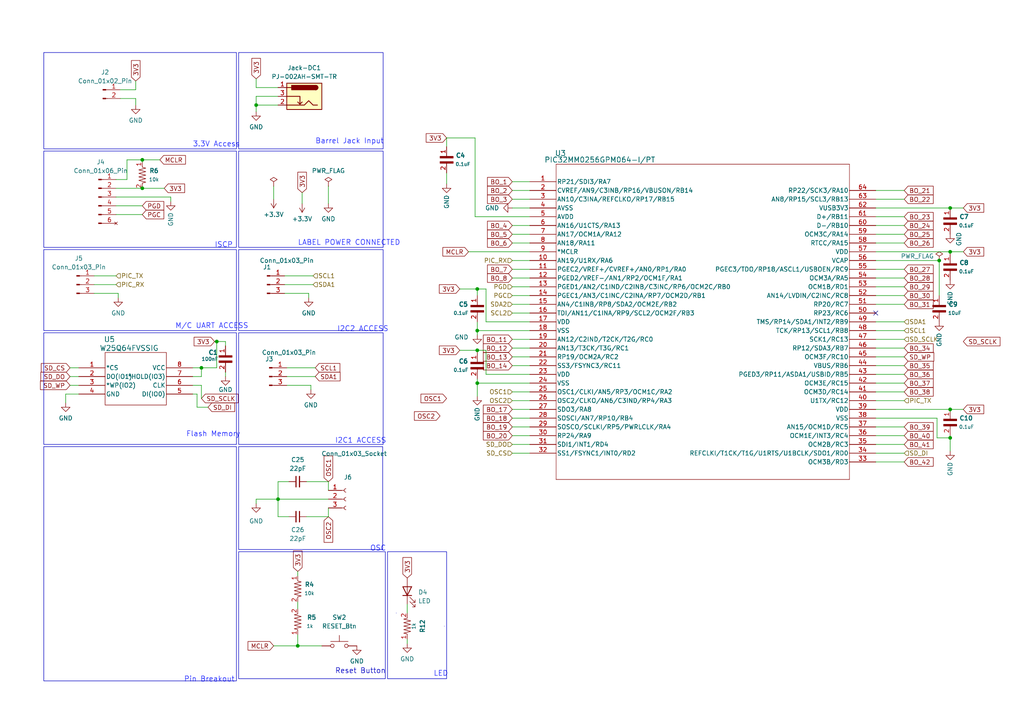
<source format=kicad_sch>
(kicad_sch (version 20230121) (generator eeschema)
  (paper "A4")
  (lib_symbols
    (symbol "+3.3V_1" (power) (pin_numbers hide) (pin_names (offset 0) hide)
      (property "Value" "+3.3V_1" (at 0 3.556 0))
      (symbol "+3.3V_1_0_1"
        (polyline (pts (xy -0.762 1.27) (xy 0 2.54)))
        (polyline (pts (xy 0 0) (xy 0 2.54)))
        (polyline (pts (xy 0 2.54) (xy 0.762 1.27)))
      )
      (symbol "+3.3V_1_1_1"
        (pin power_in line (at 0 0 90) (length 0) hide (name "+3.3V") (number "1"))
      )
    )
    (symbol "Connector:Conn_01x02_Pin" (pin_names (offset 1.016) hide)
      (property "Reference" "J" (at 0 2.54 0))
      (property "Value" "Conn_01x02_Pin" (at 0 -5.08 0))
      (symbol "Conn_01x02_Pin_1_1"
        (polyline (pts (xy 1.27 -2.54) (xy 0.8636 -2.54)) (stroke (width 0.1524)))
        (polyline (pts (xy 1.27 0) (xy 0.8636 0)) (stroke (width 0.1524)))
        (rectangle (start 0.8636 -2.413) (end 0 -2.667) (stroke (width 0.1524)) (fill (type outline)))
        (rectangle (start 0.8636 0.127) (end 0 -0.127) (stroke (width 0.1524)) (fill (type outline)))
        (pin passive line (at 5.08 0 180) (length 3.81) (name "Pin_1") (number "1"))
        (pin passive line (at 5.08 -2.54 180) (length 3.81) (name "Pin_2") (number "2"))
      )
    )
    (symbol "Connector:Conn_01x03_Pin" (pin_names (offset 1.016) hide)
      (property "Reference" "J" (at 0 5.08 0))
      (property "Value" "Conn_01x03_Pin" (at 0 -5.08 0))
      (symbol "Conn_01x03_Pin_1_1"
        (polyline (pts (xy 1.27 -2.54) (xy 0.8636 -2.54)) (stroke (width 0.1524)))
        (polyline (pts (xy 1.27 0) (xy 0.8636 0)) (stroke (width 0.1524)))
        (polyline (pts (xy 1.27 2.54) (xy 0.8636 2.54)) (stroke (width 0.1524)))
        (rectangle (start 0.8636 -2.413) (end 0 -2.667) (stroke (width 0.1524)) (fill (type outline)))
        (rectangle (start 0.8636 0.127) (end 0 -0.127) (stroke (width 0.1524)) (fill (type outline)))
        (rectangle (start 0.8636 2.667) (end 0 2.413) (stroke (width 0.1524)) (fill (type outline)))
        (pin passive line (at 5.08 2.54 180) (length 3.81) (name "Pin_1") (number "1"))
        (pin passive line (at 5.08 0 180) (length 3.81) (name "Pin_2") (number "2"))
        (pin passive line (at 5.08 -2.54 180) (length 3.81) (name "Pin_3") (number "3"))
      )
    )
    (symbol "Connector:Conn_01x03_Socket" (pin_names (offset 1.016) hide)
      (property "Reference" "J" (at 0 5.08 0))
      (property "Value" "Conn_01x03_Socket" (at 0 -5.08 0))
      (symbol "Conn_01x03_Socket_1_1"
        (arc (start 0 -2.032) (mid -0.5058 -2.54) (end 0 -3.048) (stroke (width 0.1524)))
        (polyline (pts (xy -1.27 -2.54) (xy -0.508 -2.54)) (stroke (width 0.1524)))
        (polyline (pts (xy -1.27 0) (xy -0.508 0)) (stroke (width 0.1524)))
        (polyline (pts (xy -1.27 2.54) (xy -0.508 2.54)) (stroke (width 0.1524)))
        (arc (start 0 0.508) (mid -0.5058 0) (end 0 -0.508) (stroke (width 0.1524)))
        (arc (start 0 3.048) (mid -0.5058 2.54) (end 0 2.032) (stroke (width 0.1524)))
        (pin passive line (at -5.08 2.54 0) (length 3.81) (name "Pin_1") (number "1"))
        (pin passive line (at -5.08 0 0) (length 3.81) (name "Pin_2") (number "2"))
        (pin passive line (at -5.08 -2.54 0) (length 3.81) (name "Pin_3") (number "3"))
      )
    )
    (symbol "Connector:Conn_01x06_Pin" (pin_names (offset 1.016) hide)
      (property "Reference" "J3" (at 0.635 10.16 0))
      (property "Value" "Conn_01x06_Pin" (at 0.635 7.62 0))
      (symbol "Conn_01x06_Pin_1_1"
        (polyline (pts (xy 1.27 -7.62) (xy 0.8636 -7.62)) (stroke (width 0.1524)))
        (polyline (pts (xy 1.27 -5.08) (xy 0.8636 -5.08)) (stroke (width 0.1524)))
        (polyline (pts (xy 1.27 -2.54) (xy 0.8636 -2.54)) (stroke (width 0.1524)))
        (polyline (pts (xy 1.27 0) (xy 0.8636 0)) (stroke (width 0.1524)))
        (polyline (pts (xy 1.27 2.54) (xy 0.8636 2.54)) (stroke (width 0.1524)))
        (polyline (pts (xy 1.27 5.08) (xy 0.8636 5.08)) (stroke (width 0.1524)))
        (rectangle (start 0.8636 -7.493) (end 0 -7.747) (stroke (width 0.1524)) (fill (type outline)))
        (rectangle (start 0.8636 -4.953) (end 0 -5.207) (stroke (width 0.1524)) (fill (type outline)))
        (rectangle (start 0.8636 -2.413) (end 0 -2.667) (stroke (width 0.1524)) (fill (type outline)))
        (rectangle (start 0.8636 0.127) (end 0 -0.127) (stroke (width 0.1524)) (fill (type outline)))
        (rectangle (start 0.8636 2.667) (end 0 2.413) (stroke (width 0.1524)) (fill (type outline)))
        (rectangle (start 0.8636 5.207) (end 0 4.953) (stroke (width 0.1524)) (fill (type outline)))
        (pin passive line (at 5.08 5.08 180) (length 3.81) (name "Pin_1") (number "1"))
        (pin passive line (at 5.08 2.54 180) (length 3.81) (name "Pin_2") (number "2"))
        (pin passive line (at 5.08 0 180) (length 3.81) (name "Pin_3") (number "3"))
        (pin passive line (at 5.08 -2.54 180) (length 3.81) (name "Pin_4") (number "4"))
        (pin passive line (at 5.08 -5.08 180) (length 3.81) (name "Pin_5") (number "5"))
        (pin no_connect line (at 5.08 -7.62 180) (length 3.81) (name "Pin_6") (number "6"))
      )
    )
    (symbol "Device:C_Small" (pin_numbers hide) (pin_names (offset 0.254) hide)
      (property "Reference" "C" (at 0.254 1.778 0))
      (property "Value" "C_Small" (at 0.254 -2.032 0))
      (symbol "C_Small_0_1"
        (polyline (pts (xy -1.524 -0.508) (xy 1.524 -0.508)) (stroke (width 0.3302)))
        (polyline (pts (xy -1.524 0.508) (xy 1.524 0.508)) (stroke (width 0.3048)))
      )
      (symbol "C_Small_1_1"
        (pin passive line (at 0 2.54 270) (length 2.032) (name "~") (number "1"))
        (pin passive line (at 0 -2.54 90) (length 2.032) (name "~") (number "2"))
      )
    )
    (symbol "Device:LED" (pin_numbers hide) (pin_names (offset 1.016) hide)
      (property "Reference" "D" (at 0 2.54 0))
      (property "Value" "LED" (at 0 -2.54 0))
      (symbol "LED_0_1"
        (polyline (pts (xy -1.27 -1.27) (xy -1.27 1.27)) (stroke (width 0.254)))
        (polyline (pts (xy -1.27 0) (xy 1.27 0)))
        (polyline (pts (xy 1.27 -1.27) (xy 1.27 1.27) (xy -1.27 0) (xy 1.27 -1.27)) (stroke (width 0.254)))
        (polyline (pts (xy -3.048 -0.762) (xy -4.572 -2.286) (xy -3.81 -2.286) (xy -4.572 -2.286) (xy -4.572 -1.524)))
        (polyline (pts (xy -1.778 -0.762) (xy -3.302 -2.286) (xy -2.54 -2.286) (xy -3.302 -2.286) (xy -3.302 -1.524)))
      )
      (symbol "LED_1_1"
        (pin passive line (at -3.81 0 0) (length 2.54) (name "K") (number "1"))
        (pin passive line (at 3.81 0 180) (length 2.54) (name "A") (number "2"))
      )
    )
    (symbol "GND_1" (power) (pin_numbers hide) (pin_names (offset 0) hide)
      (property "Value" "GND_1" (at 0 -3.81 0))
      (symbol "GND_1_0_1"
        (polyline (pts (xy 0 0) (xy 0 -1.27) (xy 1.27 -1.27) (xy 0 -2.54) (xy -1.27 -1.27) (xy 0 -1.27)))
      )
      (symbol "GND_1_1_1"
        (pin power_in line (at 0 0 270) (length 0) hide (name "GND") (number "1"))
      )
    )
    (symbol "PIC32MM0256GPM064:PIC32MM0256GPM064-I_MR" (pin_names (offset 0.254))
      (property "Reference" "U3" (at 109.855 -22.225 0))
      (property "Value" "PIC32MM0256GPM064-I/PT" (at 121.285 -24.13 0))
      (symbol "PIC32MM0256GPM064-I_MR_0_1"
        (polyline (pts (xy 108.585 -25.4) (xy 108.585 -116.84)) (stroke (width 0.127)))
        (polyline (pts (xy 193.675 -116.84) (xy 193.675 -25.4)) (stroke (width 0.127)))
        (pin bidirectional line (at 100.965 -30.48 0) (length 7.62) (name "RP21/SDI3/RA7") (number "1"))
        (pin bidirectional line (at 100.965 -53.34 0) (length 7.62) (name "AN19/U1RX/RA6") (number "10"))
        (pin bidirectional line (at 100.965 -55.88 0) (length 7.62) (name "PGEC2/VREF+/CVREF+/AN0/RP1/RA0") (number "11"))
        (pin bidirectional line (at 100.965 -58.42 0) (length 7.62) (name "PGED2/VREF-/AN1/RP2/OCM1F/RA1") (number "12"))
        (pin bidirectional line (at 100.965 -60.96 0) (length 7.62) (name "PGED1/AN2/C1IND/C2INB/C3INC/RP6/OCM2C/RB0") (number "13"))
        (pin bidirectional line (at 100.965 -63.5 0) (length 7.62) (name "PGEC1/AN3/C1INC/C2INA/RP7/OCM2D/RB1") (number "14"))
        (pin bidirectional line (at 100.965 -66.04 0) (length 7.62) (name "AN4/C1INB/RP8/SDA2/OCM2E/RB2") (number "15"))
        (pin bidirectional line (at 100.965 -68.58 0) (length 7.62) (name "TDI/AN11/C1INA/RP9/SCL2/OCM2F/RB3") (number "16"))
        (pin power_in line (at 100.965 -71.12 0) (length 7.62) (name "VDD") (number "17"))
        (pin bidirectional line (at 100.965 -76.2 0) (length 7.62) (name "AN12/C2IND/T2CK/T2G/RC0") (number "19"))
        (pin bidirectional line (at 100.965 -33.02 0) (length 7.62) (name "CVREF/AN9/C3INB/RP16/VBUSON/RB14") (number "2"))
        (pin bidirectional line (at 100.965 -78.74 0) (length 7.62) (name "AN13/T3CK/T3G/RC1") (number "20"))
        (pin bidirectional line (at 100.965 -81.28 0) (length 7.62) (name "RP19/OCM2A/RC2") (number "21"))
        (pin bidirectional line (at 100.965 -83.82 0) (length 7.62) (name "SS3/FSYNC3/RC11") (number "22"))
        (pin power_in line (at 100.965 -86.36 0) (length 7.62) (name "VDD") (number "23"))
        (pin bidirectional line (at 100.965 -91.44 0) (length 7.62) (name "OSC1/CLKI/AN5/RP3/OCM1C/RA2") (number "25"))
        (pin bidirectional line (at 100.965 -93.98 0) (length 7.62) (name "OSC2/CLKO/AN6/C3IND/RP4/RA3") (number "26"))
        (pin bidirectional line (at 100.965 -96.52 0) (length 7.62) (name "SDO3/RA8") (number "27"))
        (pin bidirectional line (at 100.965 -99.06 0) (length 7.62) (name "SOSCI/AN7/RP10/RB4") (number "28"))
        (pin bidirectional line (at 100.965 -101.6 0) (length 7.62) (name "SOSCO/SCLKI/RP5/PWRLCLK/RA4") (number "29"))
        (pin bidirectional line (at 100.965 -35.56 0) (length 7.62) (name "AN10/C3INA/REFCLKO/RP17/RB15") (number "3"))
        (pin bidirectional line (at 201.295 -111.76 180) (length 7.62) (name "OCM3B/RD3") (number "33"))
        (pin bidirectional line (at 201.295 -109.22 180) (length 7.62) (name "REFCLKI/T1CK/T1G/U1RTS/U1BCLK/SDO1/RD0") (number "34"))
        (pin bidirectional line (at 201.295 -106.68 180) (length 7.62) (name "OCM2B/RC3") (number "35"))
        (pin bidirectional line (at 201.295 -104.14 180) (length 7.62) (name "OCM1E/INT3/RC4") (number "36"))
        (pin bidirectional line (at 201.295 -101.6 180) (length 7.62) (name "AN15/OCM1D/RC5") (number "37"))
        (pin power_in line (at 201.295 -96.52 180) (length 7.62) (name "VDD") (number "39"))
        (pin bidirectional line (at 201.295 -93.98 180) (length 7.62) (name "U1TX/RC12") (number "40"))
        (pin bidirectional line (at 201.295 -91.44 180) (length 7.62) (name "OCM3D/RC14") (number "41"))
        (pin bidirectional line (at 201.295 -88.9 180) (length 7.62) (name "OCM3E/RC15") (number "42"))
        (pin bidirectional line (at 201.295 -86.36 180) (length 7.62) (name "PGED3/RP11/ASDA1/USBID/RB5") (number "43"))
        (pin unspecified line (at 201.295 -83.82 180) (length 7.62) (name "VBUS/RB6") (number "44"))
        (pin bidirectional line (at 201.295 -81.28 180) (length 7.62) (name "OCM3F/RC10") (number "45"))
        (pin bidirectional line (at 201.295 -78.74 180) (length 7.62) (name "RP12/SDA3/RB7") (number "46"))
        (pin bidirectional line (at 201.295 -76.2 180) (length 7.62) (name "SCK1/RC13") (number "47"))
        (pin bidirectional line (at 201.295 -73.66 180) (length 7.62) (name "TCK/RP13/SCL1/RB8") (number "48"))
        (pin bidirectional line (at 201.295 -71.12 180) (length 7.62) (name "TMS/RP14/SDA1/INT2/RB9") (number "49"))
        (pin power_in line (at 100.965 -40.64 0) (length 7.62) (name "AVDD") (number "5"))
        (pin bidirectional line (at 201.295 -68.58 180) (length 7.62) (name "RP23/RC6") (number "50"))
        (pin bidirectional line (at 201.295 -66.04 180) (length 7.62) (name "RP20/RC7") (number "51"))
        (pin bidirectional line (at 201.295 -63.5 180) (length 7.62) (name "AN14/LVDIN/C2INC/RC8") (number "52"))
        (pin bidirectional line (at 201.295 -60.96 180) (length 7.62) (name "OCM1B/RD1") (number "53"))
        (pin bidirectional line (at 201.295 -58.42 180) (length 7.62) (name "OCM3A/RA5") (number "54"))
        (pin bidirectional line (at 201.295 -55.88 180) (length 7.62) (name "PGEC3/TDO/RP18/ASCL1/USBOEN/RC9") (number "55"))
        (pin power_in line (at 201.295 -53.34 180) (length 7.62) (name "VCAP") (number "56"))
        (pin power_in line (at 201.295 -50.8 180) (length 7.62) (name "VDD") (number "57"))
        (pin bidirectional line (at 201.295 -48.26 180) (length 7.62) (name "RTCC/RA15") (number "58"))
        (pin bidirectional line (at 201.295 -45.72 180) (length 7.62) (name "OCM3C/RA14") (number "59"))
        (pin bidirectional line (at 100.965 -43.18 0) (length 7.62) (name "AN16/U1CTS/RA13") (number "6"))
        (pin bidirectional line (at 201.295 -43.18 180) (length 7.62) (name "D-/RB10") (number "60"))
        (pin bidirectional line (at 201.295 -40.64 180) (length 7.62) (name "D+/RB11") (number "61"))
        (pin power_in line (at 201.295 -38.1 180) (length 7.62) (name "VUSB3V3") (number "62"))
        (pin bidirectional line (at 201.295 -35.56 180) (length 7.62) (name "AN8/RP15/SCL3/RB13") (number "63"))
        (pin bidirectional line (at 201.295 -33.02 180) (length 7.62) (name "RP22/SCK3/RA10") (number "64"))
        (pin bidirectional line (at 100.965 -45.72 0) (length 7.62) (name "AN17/OCM1A/RA12") (number "7"))
        (pin bidirectional line (at 100.965 -48.26 0) (length 7.62) (name "AN18/RA11") (number "8"))
        (pin input line (at 100.965 -50.8 0) (length 7.62) (name "*MCLR") (number "9"))
      )
      (symbol "PIC32MM0256GPM064-I_MR_1_1"
        (polyline (pts (xy 193.675 -116.84) (xy 108.585 -116.84)))
        (polyline (pts (xy 193.675 -25.4) (xy 108.585 -25.4)))
        (pin power_in line (at 100.965 -73.66 0) (length 7.62) (name "VSS") (number "18"))
        (pin power_in line (at 100.965 -88.9 0) (length 7.62) (name "VSS") (number "24"))
        (pin bidirectional line (at 100.965 -104.14 0) (length 7.62) (name "RP24/RA9") (number "30"))
        (pin bidirectional line (at 100.965 -106.68 0) (length 7.62) (name "SDI1/INT1/RD4") (number "31"))
        (pin bidirectional line (at 100.965 -109.22 0) (length 7.62) (name "SS1/FSYNC1/INT0/RD2") (number "32"))
        (pin power_in line (at 201.295 -99.06 180) (length 7.62) (name "VSS") (number "38"))
        (pin power_in line (at 100.965 -38.1 0) (length 7.62) (name "AVSS") (number "4"))
      )
    )
    (symbol "Switch:SW_Push" (pin_numbers hide) (pin_names (offset 1.016) hide)
      (property "Reference" "SW" (at 1.27 2.54 0))
      (property "Value" "SW_Push" (at 0 -1.524 0))
      (symbol "SW_Push_0_1"
        (circle (center -2.032 0) (radius 0.508))
        (polyline (pts (xy 0 1.27) (xy 0 3.048)))
        (polyline (pts (xy 2.54 1.27) (xy -2.54 1.27)))
        (circle (center 2.032 0) (radius 0.508))
        (pin passive line (at -5.08 0 0) (length 2.54) (name "1") (number "1"))
        (pin passive line (at 5.08 0 180) (length 2.54) (name "2") (number "2"))
      )
    )
    (symbol "Triet_KiCAD_Sym:CAP_CER" (pin_names hide)
      (property "Reference" "C" (at 4.445 1.905 0))
      (property "Value" "nF" (at 4.445 0 0))
      (symbol "CAP_CER_0_1"
        (rectangle (start -1.905 -0.508) (end 1.905 -1.016) (fill (type outline)))
      )
      (symbol "CAP_CER_1_1"
        (rectangle (start -1.905 1.016) (end 1.905 0.508) (fill (type color) (color 132 0 0 1)))
        (pin passive line (at 0 3.81 270) (length 2.794) (name "~") (number "1"))
        (pin passive line (at 0 -3.81 90) (length 2.794) (name "~") (number "2"))
      )
    )
    (symbol "Triet_KiCAD_Sym:PJ-002AH-SMT-TR"
      (property "Reference" "Jack-DC" (at -6.985 5.08 0))
      (property "Value" "PJ-002AH-SMT-TR" (at -6.985 2.54 0))
      (symbol "PJ-002AH-SMT-TR_0_1"
        (rectangle (start -12.7 1.27) (end -2.54 -6.35) (stroke (width 0.254)) (fill (type background)))
        (arc (start -10.922 0.635) (mid -11.5543 0) (end -10.922 -0.635) (stroke (width 0.254)))
        (arc (start -10.922 0.635) (mid -11.5543 0) (end -10.922 -0.635) (stroke (width 0.254)) (fill (type outline)))
        (rectangle (start -3.937 0.635) (end -10.922 -0.635) (stroke (width 0.254)) (fill (type outline)))
        (polyline (pts (xy -6.35 -4.826) (xy -5.715 -4.191)) (stroke (width 0.254)))
        (polyline (pts (xy -2.54 0) (xy -3.81 0)) (stroke (width 0.254)))
        (polyline (pts (xy -2.54 -2.54) (xy -6.35 -2.54) (xy -6.35 -4.826) (xy -6.985 -4.191)) (stroke (width 0.254)))
        (polyline (pts (xy -11.43 -5.08) (xy -10.16 -5.08) (xy -8.89 -3.81) (xy -7.62 -5.08) (xy -5.08 -5.08) (xy -2.54 -5.08)) (stroke (width 0.254)))
      )
      (symbol "PJ-002AH-SMT-TR_1_1"
        (pin passive line (at 0 0 180) (length 2.54) (name "~") (number "1"))
        (pin passive line (at 0 -5.08 180) (length 2.54) (name "~") (number "2"))
        (pin passive line (at 0 -2.54 180) (length 2.54) (name "~") (number "3"))
      )
    )
    (symbol "Triet_KiCAD_Sym:Res" (pin_names hide)
      (property "Reference" "R" (at 0 4.445 0))
      (property "Value" "100R" (at 0 2.54 0))
      (symbol "Res_0_1"
        (polyline (pts (xy -1.778 0) (xy -2.032 1.016) (xy -2.286 0) (xy -2.54 0) (xy -2.54 0)))
        (polyline (pts (xy -1.27 0) (xy -1.524 -1.016) (xy -1.778 0) (xy -1.778 0) (xy -1.778 0)))
        (polyline (pts (xy -1.27 0) (xy -1.016 1.016) (xy -0.762 0) (xy -0.508 -1.016) (xy -0.254 0)))
        (polyline (pts (xy -0.254 0) (xy 0 1.016) (xy 0.254 0) (xy 0.508 -1.016) (xy 0.762 0)))
        (polyline (pts (xy 0.762 0) (xy 1.016 1.016) (xy 1.27 0) (xy 1.27 0) (xy 1.27 0)))
        (polyline (pts (xy 1.778 0) (xy 1.524 -1.016) (xy 1.27 0) (xy 1.27 0) (xy 1.27 0)))
        (polyline (pts (xy 1.778 0) (xy 2.032 1.016) (xy 2.286 0) (xy 2.54 0) (xy 2.54 0)))
      )
      (symbol "Res_1_1"
        (pin passive line (at -3.81 0 0) (length 1.27) (name "~") (number "1"))
        (pin passive line (at 3.81 0 180) (length 1.27) (name "~") (number "2"))
      )
    )
    (symbol "W25Q64FVSSIG:W25Q64FVSSIG" (pin_names (offset 0.254))
      (property "Reference" "U5" (at 81.915 -1.27 0))
      (property "Value" "W25Q64FVSSIG" (at 87.63 -3.81 0))
      (symbol "W25Q64FVSSIG_0_1"
        (pin input line (at 73.025 -9.525 0) (length 7.62) (name "*CS") (number "1"))
        (pin bidirectional line (at 73.025 -12.065 0) (length 7.62) (name "DO(IO1)") (number "2"))
        (pin bidirectional line (at 73.025 -14.605 0) (length 7.62) (name "*WP(IO2)") (number "3"))
        (pin power_in line (at 73.025 -17.145 0) (length 7.62) (name "GND") (number "4"))
        (pin bidirectional line (at 106.045 -17.145 180) (length 7.62) (name "DI(IO0)") (number "5"))
        (pin input line (at 106.045 -14.605 180) (length 7.62) (name "CLK") (number "6"))
        (pin bidirectional line (at 106.045 -12.065 180) (length 7.62) (name "*HOLD(IO3)") (number "7"))
        (pin power_in line (at 106.045 -9.525 180) (length 7.62) (name "VCC") (number "8"))
      )
      (symbol "W25Q64FVSSIG_1_1"
        (rectangle (start 80.645 -5.08) (end 98.425 -20.32))
      )
    )
    (symbol "power:+3.3V" (power) (pin_numbers hide) (pin_names (offset 0) hide)
      (property "Value" "+3.3V" (at 0 3.556 0))
      (symbol "+3.3V_0_1"
        (polyline (pts (xy -0.762 1.27) (xy 0 2.54)))
        (polyline (pts (xy 0 0) (xy 0 2.54)))
        (polyline (pts (xy 0 2.54) (xy 0.762 1.27)))
      )
      (symbol "+3.3V_1_1"
        (pin power_in line (at 0 0 90) (length 0) hide (name "+3.3V") (number "1"))
      )
    )
    (symbol "power:GND" (power) (pin_numbers hide) (pin_names (offset 0) hide)
      (property "Value" "GND" (at 0 -3.81 0))
      (symbol "GND_0_1"
        (polyline (pts (xy 0 0) (xy 0 -1.27) (xy 1.27 -1.27) (xy 0 -2.54) (xy -1.27 -1.27) (xy 0 -1.27)))
      )
      (symbol "GND_1_1"
        (pin power_in line (at 0 0 270) (length 0) hide (name "GND") (number "1"))
      )
    )
    (symbol "power:PWR_FLAG" (power) (pin_numbers hide) (pin_names (offset 0) hide)
      (property "Value" "PWR_FLAG" (at 0 3.81 0))
      (symbol "PWR_FLAG_0_0"
        (pin power_out line (at 0 0 90) (length 0) (name "pwr") (number "1"))
      )
      (symbol "PWR_FLAG_0_1"
        (polyline (pts (xy 0 0) (xy 0 1.27) (xy -1.016 1.905) (xy 0 2.54) (xy 1.016 1.905) (xy 0 1.27)))
      )
    )
  )
  (junction (at 80.645 144.78))
  (junction (at 62.865 99.06))
  (junction (at 275.59 118.745))
  (junction (at 138.43 83.82))
  (junction (at 74.295 30.48))
  (junction (at 272.415 75.565))
  (junction (at 138.43 95.885))
  (junction (at 138.43 111.125))
  (junction (at 275.59 60.325))
  (junction (at 275.59 127))
  (junction (at 41.275 46.355))
  (junction (at 41.275 54.61))
  (junction (at 58.42 106.68))
  (junction (at 86.36 187.325))
  (junction (at 275.59 73.025))
  (junction (at 138.43 101.6))
  (no_connect (at 254 90.805))
  (wire (pts (xy 148.59 118.745) (xy 153.67 118.745)))
  (wire (pts (xy 95.25 149.86) (xy 88.9 149.86)))
  (wire (pts (xy 275.59 73.025) (xy 275.59 73.66)))
  (wire (pts (xy 275.59 118.745) (xy 279.4 118.745)))
  (wire (pts (xy 33.655 62.23) (xy 41.275 62.23)))
  (wire (pts (xy 57.15 118.11) (xy 60.325 118.11)))
  (wire (pts (xy 148.59 126.365) (xy 153.67 126.365)))
  (wire (pts (xy 148.59 52.705) (xy 153.67 52.705)))
  (wire (pts (xy 272.415 75.565) (xy 272.415 85.725)))
  (wire (pts (xy 148.59 128.905) (xy 153.67 128.905)))
  (wire (pts (xy 254 118.745) (xy 275.59 118.745)))
  (wire (pts (xy 55.88 111.76) (xy 58.42 111.76)))
  (wire (pts (xy 95.25 139.7) (xy 88.9 139.7)))
  (wire (pts (xy 62.865 99.06) (xy 62.23 99.06)))
  (wire (pts (xy 80.645 144.78) (xy 95.25 144.78)))
  (wire (pts (xy 74.295 30.48) (xy 80.645 30.48)))
  (wire (pts (xy 275.59 126.365) (xy 275.59 127)))
  (wire (pts (xy 49.53 57.15) (xy 49.53 58.42)))
  (wire (pts (xy 254 75.565) (xy 272.415 75.565)))
  (wire (pts (xy 254 60.325) (xy 275.59 60.325)))
  (wire (pts (xy 254 57.785) (xy 262.255 57.785)))
  (wire (pts (xy 140.97 108.585) (xy 153.67 108.585)))
  (wire (pts (xy 254 121.285) (xy 271.78 121.285)))
  (wire (pts (xy 254 106.045) (xy 262.255 106.045)))
  (wire (pts (xy 254 93.345) (xy 262.255 93.345)))
  (wire (pts (xy 148.59 83.185) (xy 153.67 83.185)))
  (wire (pts (xy 20.32 109.22) (xy 22.86 109.22)))
  (wire (pts (xy 254 95.885) (xy 262.255 95.885)))
  (wire (pts (xy 83.185 109.22) (xy 91.44 109.22)))
  (wire (pts (xy 86.36 165.735) (xy 86.36 167.005)))
  (wire (pts (xy 254 80.645) (xy 262.255 80.645)))
  (wire (pts (xy 86.36 174.625) (xy 86.36 176.53)))
  (wire (pts (xy 36.83 52.07) (xy 36.83 46.355)))
  (wire (pts (xy 41.275 46.355) (xy 41.275 46.99)))
  (wire (pts (xy 82.55 82.55) (xy 90.805 82.55)))
  (wire (pts (xy 148.59 103.505) (xy 153.67 103.505)))
  (wire (pts (xy 254 70.485) (xy 262.255 70.485)))
  (wire (pts (xy 254 131.445) (xy 262.255 131.445)))
  (wire (pts (xy 74.295 146.05) (xy 74.295 144.78)))
  (wire (pts (xy 254 133.985) (xy 262.255 133.985)))
  (wire (pts (xy 254 85.725) (xy 262.255 85.725)))
  (wire (pts (xy 27.305 80.01) (xy 33.655 80.01)))
  (wire (pts (xy 83.82 139.7) (xy 80.645 139.7)))
  (wire (pts (xy 58.42 106.68) (xy 62.865 106.68)))
  (wire (pts (xy 74.295 27.94) (xy 74.295 30.48)))
  (wire (pts (xy 254 88.265) (xy 262.255 88.265)))
  (wire (pts (xy 79.375 187.325) (xy 86.36 187.325)))
  (wire (pts (xy 148.59 116.205) (xy 153.67 116.205)))
  (wire (pts (xy 36.83 46.355) (xy 41.275 46.355)))
  (wire (pts (xy 86.36 184.15) (xy 86.36 187.325)))
  (wire (pts (xy 254 83.185) (xy 262.255 83.185)))
  (wire (pts (xy 275.59 73.025) (xy 279.4 73.025)))
  (wire (pts (xy 34.925 28.575) (xy 39.37 28.575)))
  (wire (pts (xy 80.645 149.86) (xy 83.82 149.86)))
  (wire (pts (xy 19.05 114.3) (xy 22.86 114.3)))
  (wire (pts (xy 90.17 111.76) (xy 90.17 113.03)))
  (wire (pts (xy 254 111.125) (xy 262.255 111.125)))
  (wire (pts (xy 95.25 147.32) (xy 95.25 149.86)))
  (wire (pts (xy 80.645 27.94) (xy 74.295 27.94)))
  (wire (pts (xy 254 78.105) (xy 262.255 78.105)))
  (wire (pts (xy 254 103.505) (xy 262.255 103.505)))
  (wire (pts (xy 271.78 121.285) (xy 271.78 127)))
  (wire (pts (xy 55.88 106.68) (xy 58.42 106.68)))
  (wire (pts (xy 254 113.665) (xy 262.255 113.665)))
  (wire (pts (xy 133.35 101.6) (xy 138.43 101.6)))
  (wire (pts (xy 140.97 108.585) (xy 140.97 101.6)))
  (wire (pts (xy 140.97 83.82) (xy 138.43 83.82)))
  (wire (pts (xy 129.54 40.005) (xy 137.795 40.005)))
  (wire (pts (xy 148.59 60.325) (xy 153.67 60.325)))
  (wire (pts (xy 148.59 57.785) (xy 153.67 57.785)))
  (wire (pts (xy 34.925 26.035) (xy 39.37 26.035)))
  (wire (pts (xy 138.43 101.6) (xy 138.43 102.235)))
  (wire (pts (xy 138.43 109.855) (xy 138.43 111.125)))
  (wire (pts (xy 39.37 28.575) (xy 39.37 30.48)))
  (wire (pts (xy 41.275 54.61) (xy 47.625 54.61)))
  (wire (pts (xy 140.97 93.345) (xy 140.97 83.82)))
  (wire (pts (xy 39.37 23.495) (xy 39.37 26.035)))
  (wire (pts (xy 137.795 62.865) (xy 153.67 62.865)))
  (wire (pts (xy 148.59 123.825) (xy 153.67 123.825)))
  (wire (pts (xy 74.295 22.86) (xy 74.295 25.4)))
  (wire (pts (xy 140.97 93.345) (xy 153.67 93.345)))
  (wire (pts (xy 148.59 88.265) (xy 153.67 88.265)))
  (wire (pts (xy 80.645 144.78) (xy 80.645 149.86)))
  (wire (pts (xy 33.655 52.07) (xy 36.83 52.07)))
  (wire (pts (xy 254 62.865) (xy 262.255 62.865)))
  (wire (pts (xy 33.655 54.61) (xy 41.275 54.61)))
  (wire (pts (xy 87.63 55.88) (xy 87.63 59.055)))
  (wire (pts (xy 83.185 111.76) (xy 90.17 111.76)))
  (wire (pts (xy 27.305 85.09) (xy 34.29 85.09)))
  (wire (pts (xy 65.405 99.06) (xy 62.865 99.06)))
  (wire (pts (xy 254 108.585) (xy 262.255 108.585)))
  (wire (pts (xy 254 55.245) (xy 262.255 55.245)))
  (wire (pts (xy 254 100.965) (xy 262.255 100.965)))
  (wire (pts (xy 138.43 111.125) (xy 153.67 111.125)))
  (wire (pts (xy 83.185 106.68) (xy 91.44 106.68)))
  (wire (pts (xy 129.54 53.34) (xy 129.54 50.165)))
  (wire (pts (xy 148.59 90.805) (xy 153.67 90.805)))
  (wire (pts (xy 65.405 100.33) (xy 65.405 99.06)))
  (wire (pts (xy 20.32 106.68) (xy 22.86 106.68)))
  (wire (pts (xy 74.295 25.4) (xy 80.645 25.4)))
  (wire (pts (xy 254 98.425) (xy 262.255 98.425)))
  (wire (pts (xy 137.795 40.005) (xy 137.795 62.865)))
  (wire (pts (xy 89.535 85.09) (xy 89.535 86.36)))
  (wire (pts (xy 148.59 106.045) (xy 153.67 106.045)))
  (wire (pts (xy 148.59 65.405) (xy 153.67 65.405)))
  (wire (pts (xy 41.275 46.355) (xy 46.355 46.355)))
  (wire (pts (xy 65.405 107.95) (xy 65.405 109.22)))
  (wire (pts (xy 140.97 101.6) (xy 138.43 101.6)))
  (wire (pts (xy 148.59 100.965) (xy 153.67 100.965)))
  (wire (pts (xy 74.295 30.48) (xy 74.295 32.385)))
  (wire (pts (xy 275.59 127) (xy 275.59 130.81)))
  (wire (pts (xy 27.305 82.55) (xy 33.655 82.55)))
  (wire (pts (xy 275.59 60.325) (xy 279.4 60.325)))
  (wire (pts (xy 135.89 73.025) (xy 153.67 73.025)))
  (wire (pts (xy 79.375 57.785) (xy 79.375 53.975)))
  (wire (pts (xy 118.11 175.26) (xy 118.11 177.8)))
  (wire (pts (xy 138.43 95.885) (xy 153.67 95.885)))
  (wire (pts (xy 19.05 116.84) (xy 19.05 114.3)))
  (wire (pts (xy 254 126.365) (xy 262.255 126.365)))
  (wire (pts (xy 138.43 93.345) (xy 138.43 95.885)))
  (wire (pts (xy 271.78 127) (xy 275.59 127)))
  (wire (pts (xy 86.36 187.325) (xy 93.345 187.325)))
  (wire (pts (xy 95.25 53.975) (xy 95.25 59.055)))
  (wire (pts (xy 275.59 118.745) (xy 275.59 119.38)))
  (wire (pts (xy 74.295 144.78) (xy 80.645 144.78)))
  (wire (pts (xy 148.59 98.425) (xy 153.67 98.425)))
  (wire (pts (xy 148.59 70.485) (xy 153.67 70.485)))
  (wire (pts (xy 148.59 131.445) (xy 153.67 131.445)))
  (wire (pts (xy 148.59 80.645) (xy 153.67 80.645)))
  (wire (pts (xy 148.59 67.945) (xy 153.67 67.945)))
  (wire (pts (xy 254 116.205) (xy 262.255 116.205)))
  (wire (pts (xy 57.15 114.3) (xy 57.15 118.11)))
  (wire (pts (xy 33.655 59.69) (xy 41.275 59.69)))
  (wire (pts (xy 148.59 113.665) (xy 153.67 113.665)))
  (wire (pts (xy 118.11 185.42) (xy 118.11 186.69)))
  (wire (pts (xy 20.32 111.76) (xy 22.86 111.76)))
  (wire (pts (xy 148.59 75.565) (xy 153.67 75.565)))
  (wire (pts (xy 33.655 57.15) (xy 49.53 57.15)))
  (wire (pts (xy 58.42 109.22) (xy 58.42 106.68)))
  (wire (pts (xy 254 65.405) (xy 262.255 65.405)))
  (wire (pts (xy 62.865 106.68) (xy 62.865 99.06)))
  (wire (pts (xy 138.43 83.82) (xy 138.43 85.725)))
  (wire (pts (xy 133.35 83.82) (xy 138.43 83.82)))
  (wire (pts (xy 148.59 78.105) (xy 153.67 78.105)))
  (wire (pts (xy 129.54 42.545) (xy 129.54 40.005)))
  (wire (pts (xy 148.59 121.285) (xy 153.67 121.285)))
  (wire (pts (xy 254 128.905) (xy 262.255 128.905)))
  (wire (pts (xy 138.43 95.885) (xy 138.43 97.155)))
  (wire (pts (xy 80.645 139.7) (xy 80.645 144.78)))
  (wire (pts (xy 148.59 85.725) (xy 153.67 85.725)))
  (wire (pts (xy 55.88 114.3) (xy 57.15 114.3)))
  (wire (pts (xy 254 73.025) (xy 275.59 73.025)))
  (wire (pts (xy 34.29 85.09) (xy 34.29 86.36)))
  (wire (pts (xy 58.42 111.76) (xy 58.42 115.57)))
  (wire (pts (xy 95.25 142.24) (xy 95.25 139.7)))
  (wire (pts (xy 82.55 80.01) (xy 90.805 80.01)))
  (wire (pts (xy 55.88 109.22) (xy 58.42 109.22)))
  (wire (pts (xy 138.43 111.125) (xy 138.43 114.935)))
  (wire (pts (xy 148.59 55.245) (xy 153.67 55.245)))
  (wire (pts (xy 254 67.945) (xy 262.255 67.945)))
  (wire (pts (xy 82.55 85.09) (xy 89.535 85.09)))
  (wire (pts (xy 254 123.825) (xy 262.255 123.825)))
  (rectangle (start 114.935 177.8) (end 114.935 177.8))
  (rectangle (start 69.215 96.52) (end 111.125 128.905))
  (rectangle (start 12.7 129.54) (end 68.58 197.485))
  (rectangle (start 12.7 96.52) (end 68.58 128.905))
  (rectangle (start 112.395 160.02) (end 129.54 196.85))
  (rectangle (start 69.215 160.02) (end 111.76 196.85))
  (rectangle (start 12.7 15.24) (end 68.58 43.18))
  (rectangle (start 69.215 15.24) (end 111.125 43.18))
  (rectangle (start 12.7 43.815) (end 68.58 71.755))
  (rectangle (start 12.7 72.39) (end 68.58 95.885))
  (rectangle (start 69.215 129.54) (end 110.998 159.385))
  (rectangle (start 128.905 181.61) (end 128.905 181.61))
  (rectangle (start 69.215 43.815) (end 111.125 71.755))
  (rectangle (start 69.215 72.39) (end 111.125 95.885))
  (text "Barrel Jack Input\n" (at 91.44 41.91 0) (effects (font (size 1.5 1.5)) (justify left bottom)))
  (text "Pin Breakout	\n\n\n\n\n" (at 53.34 207.645 0) (effects (font (size 1.5 1.5)) (justify left bottom)))
  (text "LED\n\n" (at 125.73 198.755 0) (effects (font (size 1.5 1.5)) (justify left bottom)))
  (text "M/C UART ACCESS\n\n\n" (at 50.8 100.33 0) (effects (font (size 1.5 1.5)) (justify left bottom)))
  (text "3.3V Access\n\n\n" (at 55.88 47.625 0) (effects (font (size 1.5 1.5)) (justify left bottom)))
  (text "OSC\n\n\n\n\n\n" (at 107.315 172.085 0) (effects (font (size 1.5 1.5)) (justify left bottom)))
  (text "I2C1 ACCESS\n\n\n\n\n" (at 97.155 138.43 0) (effects (font (size 1.5 1.5)) (justify left bottom)))
  (text "Reset Button\n" (at 97.155 195.58 0) (effects (font (size 1.5 1.5)) (justify left bottom)))
  (text "I2C2 ACCESS\n\n\n\n\n" (at 97.79 106.045 0) (effects (font (size 1.5 1.5)) (justify left bottom)))
  (text "LABEL POWER CONNECTED\n\n\n" (at 86.36 76.2 0) (effects (font (size 1.5 1.5)) (justify left bottom)))
  (text "ISCP\n\n\n" (at 62.23 76.835 0) (effects (font (size 1.5 1.5)) (justify left bottom)))
  (text "Flash Memory\n\n\n\n\n" (at 53.975 136.525 0) (effects (font (size 1.5 1.5)) (justify left bottom)))
  (global_label "BO_3" (shape input) (at 148.59 57.785 180) (property "Intersheetrefs" "${INTERSHEET_REFS}" (effects hide)))
  (global_label "3V3" (shape input) (at 133.35 101.6 180) (property "Intersheetrefs" "${INTERSHEET_REFS}" (effects hide)))
  (global_label "3V3" (shape input) (at 39.37 23.495 90) (property "Intersheetrefs" "${INTERSHEET_REFS}" (effects hide)))
  (global_label "SD_DO" (shape input) (at 20.32 109.22 180) (property "Intersheetrefs" "${INTERSHEET_REFS}" (effects hide)))
  (global_label "BO_11" (shape input) (at 148.59 98.425 180) (property "Intersheetrefs" "${INTERSHEET_REFS}" (effects hide)))
  (global_label "BO_12" (shape input) (at 148.59 100.965 180) (property "Intersheetrefs" "${INTERSHEET_REFS}" (effects hide)))
  (global_label "3V3" (shape input) (at 133.35 83.82 180) (property "Intersheetrefs" "${INTERSHEET_REFS}" (effects hide)))
  (global_label "BO_31" (shape input) (at 262.255 88.265 0) (property "Intersheetrefs" "${INTERSHEET_REFS}" (effects hide)))
  (global_label "BO_5" (shape input) (at 148.59 67.945 180) (property "Intersheetrefs" "${INTERSHEET_REFS}" (effects hide)))
  (global_label "BO_18" (shape input) (at 148.59 121.285 180) (property "Intersheetrefs" "${INTERSHEET_REFS}" (effects hide)))
  (global_label "BO_4" (shape input) (at 148.59 65.405 180) (property "Intersheetrefs" "${INTERSHEET_REFS}" (effects hide)))
  (global_label "3V3" (shape input) (at 279.4 118.745 0) (property "Intersheetrefs" "${INTERSHEET_REFS}" (effects hide)))
  (global_label "3V3" (shape input) (at 74.295 22.86 90) (property "Intersheetrefs" "${INTERSHEET_REFS}" (effects hide)))
  (global_label "BO_34" (shape input) (at 262.255 100.965 0) (property "Intersheetrefs" "${INTERSHEET_REFS}" (effects hide)))
  (global_label "3V3" (shape input) (at 86.36 165.735 90) (property "Intersheetrefs" "${INTERSHEET_REFS}" (effects hide)))
  (global_label "SCL1" (shape input) (at 91.44 106.68 0) (property "Intersheetrefs" "${INTERSHEET_REFS}" (effects hide)))
  (global_label "BO_26" (shape input) (at 262.255 70.485 0) (property "Intersheetrefs" "${INTERSHEET_REFS}" (effects hide)))
  (global_label "BO_2" (shape input) (at 148.59 55.245 180) (property "Intersheetrefs" "${INTERSHEET_REFS}" (effects hide)))
  (global_label "PGC" (shape input) (at 41.275 62.23 0) (property "Intersheetrefs" "${INTERSHEET_REFS}" (effects hide)))
  (global_label "BO_27" (shape input) (at 262.255 78.105 0) (property "Intersheetrefs" "${INTERSHEET_REFS}" (effects hide)))
  (global_label "BO_21" (shape input) (at 262.255 55.245 0) (property "Intersheetrefs" "${INTERSHEET_REFS}" (effects hide)))
  (global_label "3V3" (shape input) (at 47.625 54.61 0) (property "Intersheetrefs" "${INTERSHEET_REFS}" (effects hide)))
  (global_label "BO_29" (shape input) (at 262.255 83.185 0) (property "Intersheetrefs" "${INTERSHEET_REFS}" (effects hide)))
  (global_label "MCLR" (shape input) (at 135.89 73.025 180) (property "Intersheetrefs" "${INTERSHEET_REFS}" (effects hide)))
  (global_label "SD_SCLK" (shape input) (at 58.42 115.57 0) (property "Intersheetrefs" "${INTERSHEET_REFS}" (effects hide)))
  (global_label "3V3" (shape input) (at 87.63 55.88 90) (property "Intersheetrefs" "${INTERSHEET_REFS}" (effects hide)))
  (global_label "3V3" (shape input) (at 279.4 73.025 0) (property "Intersheetrefs" "${INTERSHEET_REFS}" (effects hide)))
  (global_label "SD_WP" (shape input) (at 20.32 111.76 180) (property "Intersheetrefs" "${INTERSHEET_REFS}" (effects hide)))
  (global_label "BO_1" (shape input) (at 148.59 52.705 180) (property "Intersheetrefs" "${INTERSHEET_REFS}" (effects hide)))
  (global_label "SD_CS" (shape input) (at 20.32 106.68 180) (property "Intersheetrefs" "${INTERSHEET_REFS}" (effects hide)))
  (global_label "BO_35" (shape input) (at 262.255 106.045 0) (property "Intersheetrefs" "${INTERSHEET_REFS}" (effects hide)))
  (global_label "BO_41" (shape input) (at 262.255 128.905 0) (property "Intersheetrefs" "${INTERSHEET_REFS}" (effects hide)))
  (global_label "BO_8" (shape input) (at 148.59 80.645 180) (property "Intersheetrefs" "${INTERSHEET_REFS}" (effects hide)))
  (global_label "BO_23" (shape input) (at 262.255 62.865 0) (property "Intersheetrefs" "${INTERSHEET_REFS}" (effects hide)))
  (global_label "SDA1" (shape input) (at 91.44 109.22 0) (property "Intersheetrefs" "${INTERSHEET_REFS}" (effects hide)))
  (global_label "BO_24" (shape input) (at 262.255 65.405 0) (property "Intersheetrefs" "${INTERSHEET_REFS}" (effects hide)))
  (global_label "BO_25" (shape input) (at 262.255 67.945 0) (property "Intersheetrefs" "${INTERSHEET_REFS}" (effects hide)))
  (global_label "BO_14" (shape input) (at 148.59 106.045 180) (property "Intersheetrefs" "${INTERSHEET_REFS}" (effects hide)))
  (global_label "OSC1" (shape input) (at 129.54 115.57 180) (property "Intersheetrefs" "${INTERSHEET_REFS}" (effects hide)))
  (global_label "BO_40" (shape input) (at 262.255 126.365 0) (property "Intersheetrefs" "${INTERSHEET_REFS}" (effects hide)))
  (global_label "BO_7" (shape input) (at 148.59 78.105 180) (property "Intersheetrefs" "${INTERSHEET_REFS}" (effects hide)))
  (global_label "BO_19" (shape input) (at 148.59 123.825 180) (property "Intersheetrefs" "${INTERSHEET_REFS}" (effects hide)))
  (global_label "BO_30" (shape input) (at 262.255 85.725 0) (property "Intersheetrefs" "${INTERSHEET_REFS}" (effects hide)))
  (global_label "MCLR" (shape input) (at 79.375 187.325 180) (property "Intersheetrefs" "${INTERSHEET_REFS}" (effects hide)))
  (global_label "PGD" (shape input) (at 41.275 59.69 0) (property "Intersheetrefs" "${INTERSHEET_REFS}" (effects hide)))
  (global_label "3V3" (shape input) (at 129.54 40.005 180) (property "Intersheetrefs" "${INTERSHEET_REFS}" (effects hide)))
  (global_label "BO_28" (shape input) (at 262.255 80.645 0) (property "Intersheetrefs" "${INTERSHEET_REFS}" (effects hide)))
  (global_label "SD_WP" (shape input) (at 262.255 103.505 0) (property "Intersheetrefs" "${INTERSHEET_REFS}" (effects hide)))
  (global_label "BO_17" (shape input) (at 148.59 118.745 180) (property "Intersheetrefs" "${INTERSHEET_REFS}" (effects hide)))
  (global_label "BO_20" (shape input) (at 148.59 126.365 180) (property "Intersheetrefs" "${INTERSHEET_REFS}" (effects hide)))
  (global_label "MCLR" (shape input) (at 46.355 46.355 0) (property "Intersheetrefs" "${INTERSHEET_REFS}" (effects hide)))
  (global_label "BO_37" (shape input) (at 262.255 111.125 0) (property "Intersheetrefs" "${INTERSHEET_REFS}" (effects hide)))
  (global_label "OSC1" (shape input) (at 95.25 139.7 90) (property "Intersheetrefs" "${INTERSHEET_REFS}" (effects hide)))
  (global_label "OSC2" (shape input) (at 95.25 149.86 270) (property "Intersheetrefs" "${INTERSHEET_REFS}" (effects hide)))
  (global_label "BO_36" (shape input) (at 262.255 108.585 0) (property "Intersheetrefs" "${INTERSHEET_REFS}" (effects hide)))
  (global_label "3V3" (shape input) (at 118.11 167.64 90) (property "Intersheetrefs" "${INTERSHEET_REFS}" (effects hide)))
  (global_label "BO_13" (shape input) (at 148.59 103.505 180) (property "Intersheetrefs" "${INTERSHEET_REFS}" (effects hide)))
  (global_label "BO_6" (shape input) (at 148.59 70.485 180) (property "Intersheetrefs" "${INTERSHEET_REFS}" (effects hide)))
  (global_label "BO_39" (shape input) (at 262.255 123.825 0) (property "Intersheetrefs" "${INTERSHEET_REFS}" (effects hide)))
  (global_label "SD_DI" (shape input) (at 60.325 118.11 0) (property "Intersheetrefs" "${INTERSHEET_REFS}" (effects hide)))
  (global_label "3V3" (shape input) (at 62.23 99.06 180) (property "Intersheetrefs" "${INTERSHEET_REFS}" (effects hide)))
  (global_label "BO_38" (shape input) (at 262.255 113.665 0) (property "Intersheetrefs" "${INTERSHEET_REFS}" (effects hide)))
  (global_label "BO_42" (shape input) (at 262.255 133.985 0) (property "Intersheetrefs" "${INTERSHEET_REFS}" (effects hide)))
  (global_label "SD_SCLK" (shape input) (at 279.4 99.06 0) (property "Intersheetrefs" "${INTERSHEET_REFS}" (effects hide)))
  (global_label "OSC2" (shape input) (at 127.635 120.65 180) (property "Intersheetrefs" "${INTERSHEET_REFS}" (effects hide)))
  (global_label "BO_22" (shape input) (at 262.255 57.785 0) (property "Intersheetrefs" "${INTERSHEET_REFS}" (effects hide)))
  (global_label "3V3" (shape input) (at 279.4 60.325 0) (property "Intersheetrefs" "${INTERSHEET_REFS}" (effects hide)))
  (hierarchical_label "PIC_RX" (shape input) (at 33.655 82.55 0))
  (hierarchical_label "SD_SCLK" (shape input) (at 262.255 98.425 0))
  (hierarchical_label "SCL1" (shape input) (at 90.805 80.01 0))
  (hierarchical_label "PGC" (shape input) (at 148.59 85.725 180))
  (hierarchical_label "SDA1" (shape input) (at 90.805 82.55 0))
  (hierarchical_label "SD_CS" (shape input) (at 148.59 131.445 180))
  (hierarchical_label "SD_DO" (shape input) (at 148.59 128.905 180))
  (hierarchical_label "PIC_TX" (shape input) (at 262.255 116.205 0))
  (hierarchical_label "PIC_RX" (shape input) (at 148.59 75.565 180))
  (hierarchical_label "SCL2" (shape input) (at 148.59 90.805 180))
  (hierarchical_label "PGD" (shape input) (at 148.59 83.185 180))
  (hierarchical_label "OSC1" (shape input) (at 148.59 113.665 180))
  (hierarchical_label "PIC_TX" (shape input) (at 33.655 80.01 0))
  (hierarchical_label "SCL1" (shape input) (at 262.255 95.885 0))
  (hierarchical_label "SDA2" (shape input) (at 148.59 88.265 180))
  (hierarchical_label "SDA1" (shape input) (at 262.255 93.345 0))
  (hierarchical_label "OSC2" (shape input) (at 148.59 116.205 180))
  (hierarchical_label "SD_DI" (shape input) (at 262.255 131.445 0))
  (symbol (lib_id "Triet_KiCAD_Sym:Res") (at 86.36 170.815 270) (unit 1)
    (property "Reference" "R4" (at 88.265 169.5449 90) (effects (font bold) (justify left)))
    (property "Value" "10k" (at 88.265 172.085 90) (effects (font (size 1.016 1.016)) (justify left)))
  )
  (symbol (lib_id "Device:LED") (at 118.11 171.45 90) (unit 1)
    (property "Reference" "D4" (at 121.285 171.7674 90) (effects (justify right)))
    (property "Value" "LED" (at 121.285 174.3074 90) (effects (justify right)))
    (property "Footprint" "LED_THT:LED_D3.0mm" (effects hide))
  )
  (symbol (lib_name "GND_1") (lib_id "power:GND") (at 39.37 30.48 0) (unit 1)
    (property "Reference" "#PWR016" (effects hide))
    (property "Value" "GND" (at 39.37 34.925 0))
  )
  (symbol (lib_id "Triet_KiCAD_Sym:CAP_CER") (at 275.59 122.555 0) (unit 1)
    (property "Reference" "C10" (at 278.13 121.2849 0) (effects (font bold) (justify left)))
    (property "Value" "0.1uF" (at 278.13 123.825 0) (effects (font (size 1.016 1.016)) (justify left)))
  )
  (symbol (lib_id "Triet_KiCAD_Sym:CAP_CER") (at 275.59 64.135 0) (unit 1)
    (property "Reference" "C7" (at 278.13 62.8649 0) (effects (font bold) (justify left)))
    (property "Value" "0.1uF" (at 278.13 65.405 0) (effects (font (size 1.016 1.016)) (justify left)))
  )
  (symbol (lib_name "GND_1") (lib_id "power:GND") (at 74.295 32.385 0) (unit 1)
    (property "Reference" "#PWR014" (effects hide))
    (property "Value" "GND" (at 74.295 36.83 0))
  )
  (symbol (lib_id "power:GND") (at 118.11 186.69 0) (unit 1)
    (property "Reference" "#PWR051" (effects hide))
    (property "Value" "GND" (at 118.11 191.135 0))
  )
  (symbol (lib_id "Triet_KiCAD_Sym:CAP_CER") (at 129.54 46.355 0) (unit 1)
    (property "Reference" "C4" (at 132.08 45.0849 0) (effects (font bold) (justify left)))
    (property "Value" "0.1uF" (at 132.08 47.625 0) (effects (font (size 1.016 1.016)) (justify left)))
  )
  (symbol (lib_name "GND_1") (lib_id "power:GND") (at 65.405 109.22 0) (unit 1)
    (property "Reference" "#PWR013" (effects hide))
    (property "Value" "GND" (at 65.405 113.03 0))
  )
  (symbol (lib_id "Triet_KiCAD_Sym:CAP_CER") (at 138.43 106.045 0) (mirror y) (unit 1)
    (property "Reference" "C6" (at 135.89 104.7749 0) (effects (font bold) (justify left)))
    (property "Value" "0.1uF" (at 135.89 107.315 0) (effects (font (size 1.016 1.016)) (justify left)))
  )
  (symbol (lib_name "GND_1") (lib_id "power:GND") (at 19.05 116.84 0) (unit 1)
    (property "Reference" "#PWR019" (effects hide))
    (property "Value" "GND" (at 19.05 121.285 0))
  )
  (symbol (lib_id "power:PWR_FLAG") (at 272.415 75.565 0) (unit 1)
    (property "Reference" "#FLG03" (effects hide))
    (property "Value" "PWR_FLAG" (at 266.065 74.295 0))
  )
  (symbol (lib_id "Device:C_Small") (at 86.36 149.86 270) (unit 1)
    (property "Reference" "C26" (at 86.36 153.67 90))
    (property "Value" "22pF" (at 86.36 156.21 90))
    (property "Footprint" "Capacitor_THT:C_Disc_D3.0mm_W1.6mm_P2.50mm" (effects hide))
  )
  (symbol (lib_id "power:+3.3V") (at 87.63 59.055 180) (unit 1)
    (property "Reference" "#PWR01" (effects hide))
    (property "Value" "+3.3V" (at 87.63 63.5 0))
  )
  (symbol (lib_id "Triet_KiCAD_Sym:Res") (at 118.11 181.61 90) (unit 1)
    (property "Reference" "R12" (at 122.555 181.61 0) (effects (font bold)))
    (property "Value" "1k" (at 120.015 181.61 0) (effects (font (size 1.016 1.016))))
  )
  (symbol (lib_id "power:GND") (at 103.505 187.325 0) (unit 1)
    (property "Reference" "#PWR050" (effects hide))
    (property "Value" "GND" (at 103.505 191.77 0))
  )
  (symbol (lib_id "Connector:Conn_01x06_Pin") (at 28.575 57.15 0) (unit 1)
    (property "Reference" "J4" (at 29.21 46.99 0))
    (property "Value" "Conn_01x06_Pin" (at 29.21 49.53 0))
  )
  (symbol (lib_name "GND_1") (lib_id "power:GND") (at 90.17 113.03 0) (unit 1)
    (property "Reference" "#PWR017" (effects hide))
    (property "Value" "GND" (at 90.17 117.475 0))
  )
  (symbol (lib_id "Switch:SW_Push") (at 98.425 187.325 0) (unit 1)
    (property "Reference" "SW2" (at 98.425 179.07 0))
    (property "Value" "RESET_Btn" (at 98.425 181.61 0))
    (property "Footprint" "Button_Switch_THT:SW_PUSH_6mm" (effects hide))
  )
  (symbol (lib_id "power:GND") (at 138.43 114.935 0) (unit 1)
    (property "Reference" "#PWR08" (effects hide))
    (property "Value" "GND" (at 138.4299 118.11 90) (effects (justify right)))
  )
  (symbol (lib_id "power:GND") (at 129.54 53.34 0) (unit 1)
    (property "Reference" "#PWR06" (effects hide))
    (property "Value" "GND" (at 129.5399 56.515 90) (effects (justify right)))
  )
  (symbol (lib_id "Triet_KiCAD_Sym:CAP_CER") (at 65.405 104.14 0) (unit 1)
    (property "Reference" "C1" (at 60.325 102.235 0) (effects (font bold) (justify left)))
    (property "Value" "100nF" (at 58.42 104.14 0) (effects (font (size 1.016 1.016)) (justify left)))
  )
  (symbol (lib_id "Connector:Conn_01x02_Pin") (at 29.845 26.035 0) (unit 1)
    (property "Reference" "J2" (at 30.48 20.955 0))
    (property "Value" "Conn_01x02_Pin" (at 30.48 23.495 0))
  )
  (symbol (lib_id "Device:C_Small") (at 86.36 139.7 90) (unit 1)
    (property "Reference" "C25" (at 86.3663 133.35 90))
    (property "Value" "22pF" (at 86.3663 135.89 90))
    (property "Footprint" "Capacitor_THT:C_Disc_D3.0mm_W1.6mm_P2.50mm" (effects hide))
  )
  (symbol (lib_id "power:GND") (at 272.415 93.345 0) (mirror y) (unit 1)
    (property "Reference" "#PWR011" (effects hide))
    (property "Value" "GND" (at 272.4151 96.52 90) (effects (justify right)))
  )
  (symbol (lib_name "+3.3V_1") (lib_id "power:+3.3V") (at 79.375 57.785 180) (unit 1)
    (property "Reference" "#PWR02" (effects hide))
    (property "Value" "+3.3V" (at 79.375 62.23 0))
  )
  (symbol (lib_id "power:GND") (at 275.59 81.28 0) (unit 1)
    (property "Reference" "#PWR010" (effects hide))
    (property "Value" "GND" (at 275.5899 84.455 90) (effects (justify right)))
  )
  (symbol (lib_id "Triet_KiCAD_Sym:Res") (at 41.275 50.8 270) (unit 1)
    (property "Reference" "R6" (at 43.18 49.5299 90) (effects (font bold) (justify left)))
    (property "Value" "10k" (at 43.18 52.07 90) (effects (font (size 1.016 1.016)) (justify left)))
  )
  (symbol (lib_id "Triet_KiCAD_Sym:CAP_CER") (at 275.59 77.47 0) (unit 1)
    (property "Reference" "C8" (at 278.13 76.1999 0) (effects (font bold) (justify left)))
    (property "Value" "0.1uF" (at 278.13 78.74 0) (effects (font (size 1.016 1.016)) (justify left)))
  )
  (symbol (lib_id "Connector:Conn_01x03_Pin") (at 77.47 82.55 0) (unit 1)
    (property "Reference" "J1" (at 77.47 77.47 0))
    (property "Value" "Conn_01x03_Pin" (at 83.185 75.565 0))
  )
  (symbol (lib_id "Triet_KiCAD_Sym:Res") (at 86.36 180.34 90) (unit 1)
    (property "Reference" "R5" (at 88.9 179.0699 90) (effects (font bold) (justify right)))
    (property "Value" "1k" (at 88.9 181.61 90) (effects (font (size 1.016 1.016)) (justify right)))
  )
  (symbol (lib_id "Connector:Conn_01x03_Pin") (at 22.225 82.55 0) (unit 1)
    (property "Reference" "J5" (at 22.86 74.93 0))
    (property "Value" "Conn_01x03_Pin" (at 22.86 77.47 0))
  )
  (symbol (lib_id "power:GND") (at 138.43 97.155 0) (unit 1)
    (property "Reference" "#PWR04" (effects hide))
    (property "Value" "GND" (at 135.89 97.79 0) (effects (justify right)))
  )
  (symbol (lib_id "W25Q64FVSSIG:W25Q64FVSSIG") (at -50.165 97.155 0) (unit 1)
    (property "Reference" "U5" (at 31.75 98.425 0) (effects (font (size 1.524 1.524))))
    (property "Value" "W25Q64FVSSIG" (at 37.465 100.965 0) (effects (font (size 1.524 1.524))))
    (property "Footprint" "WIN_SS-8_WIN" (effects hide))
    (property "Datasheet" "W25Q64FVSSIG" (effects hide))
  )
  (symbol (lib_id "Connector:Conn_01x03_Socket") (at 100.33 144.78 0) (unit 1)
    (property "Reference" "J6" (at 99.695 138.43 0) (effects (justify left)))
    (property "Value" "Conn_01x03_Socket" (at 93.218 131.572 0) (effects (justify left)))
  )
  (symbol (lib_name "GND_1") (lib_id "power:GND") (at 89.535 86.36 0) (unit 1)
    (property "Reference" "#PWR015" (effects hide))
    (property "Value" "GND" (at 89.535 90.805 0))
  )
  (symbol (lib_id "Connector:Conn_01x03_Pin") (at 78.105 109.22 0) (unit 1)
    (property "Reference" "J3" (at 78.105 104.14 0))
    (property "Value" "Conn_01x03_Pin" (at 83.82 102.235 0))
  )
  (symbol (lib_name "GND_1") (lib_id "power:GND") (at 34.29 86.36 0) (unit 1)
    (property "Reference" "#PWR021" (effects hide))
    (property "Value" "GND" (at 34.29 90.805 0))
  )
  (symbol (lib_id "power:GND") (at 49.53 58.42 0) (unit 1)
    (property "Reference" "#PWR020" (effects hide))
    (property "Value" "GND" (at 49.5299 61.595 90) (effects (justify right)))
  )
  (symbol (lib_id "power:PWR_FLAG") (at 95.25 53.975 0) (unit 1)
    (property "Reference" "#FLG04" (effects hide))
    (property "Value" "PWR_FLAG" (at 95.25 49.53 0))
  )
  (symbol (lib_id "Triet_KiCAD_Sym:CAP_CER") (at 138.43 89.535 0) (mirror y) (unit 1)
    (property "Reference" "C5" (at 135.89 88.2649 0) (effects (font bold) (justify left)))
    (property "Value" "0.1uF" (at 135.89 90.805 0) (effects (font (size 1.016 1.016)) (justify left)))
  )
  (symbol (lib_id "power:GND") (at 74.295 146.05 0) (unit 1)
    (property "Reference" "#PWR03" (effects hide))
    (property "Value" "GND" (at 74.295 151.13 0))
  )
  (symbol (lib_id "Triet_KiCAD_Sym:PJ-002AH-SMT-TR") (at 80.645 25.4 0) (mirror y) (unit 1)
    (property "Reference" "Jack-DC1" (at 88.265 19.685 0))
    (property "Value" "PJ-002AH-SMT-TR" (at 88.265 22.225 0))
    (property "Footprint" "Triet_KiCAD_Fprint:PJ-002AH-SMT-TR" (effects hide))
  )
  (symbol (lib_id "PIC32MM0256GPM064:PIC32MM0256GPM064-I_MR") (at 52.705 22.225 0) (unit 1)
    (property "Reference" "U3" (at 162.56 44.45 0) (effects (font (size 1.524 1.524))))
    (property "Value" "PIC32MM0256GPM064-I/PT" (at 173.99 46.355 0) (effects (font (size 1.524 1.524))))
    (property "Footprint" "QFN64_MR_MCH" (effects hide))
    (property "Datasheet" "PIC32MM0256GPM064-I/PT" (effects hide))
  )
  (symbol (lib_name "GND_1") (lib_id "power:GND") (at 95.25 59.055 0) (unit 1)
    (property "Reference" "#PWR05" (effects hide))
    (property "Value" "GND" (at 95.25 63.5 0))
  )
  (symbol (lib_name "GND_1") (lib_id "power:GND") (at 148.59 60.325 270) (unit 1)
    (property "Reference" "#PWR025" (effects hide))
    (property "Value" "GND" (at 144.78 60.3249 90) (effects (justify right)))
  )
  (symbol (lib_id "Triet_KiCAD_Sym:CAP_CER") (at 272.415 89.535 0) (unit 1)
    (property "Reference" "C9" (at 274.955 88.2649 0) (effects (font bold) (justify left)))
    (property "Value" "10uF" (at 274.955 90.805 0) (effects (font (size 1.016 1.016)) (justify left)))
  )
  (symbol (lib_id "power:PWR_FLAG") (at 79.375 53.975 0) (unit 1)
    (property "Reference" "#FLG01" (effects hide))
    (property "Value" "PWR_FLAG" (effects hide))
  )
  (symbol (lib_id "power:GND") (at 275.59 130.81 0) (unit 1)
    (property "Reference" "#PWR012" (effects hide))
    (property "Value" "GND" (at 275.5899 133.985 90) (effects (justify right)))
  )
  (symbol (lib_id "power:GND") (at 275.59 67.945 0) (unit 1)
    (property "Reference" "#PWR09" (effects hide))
    (property "Value" "GND" (at 278.13 67.31 90) (effects (justify right)))
  )
)
</source>
